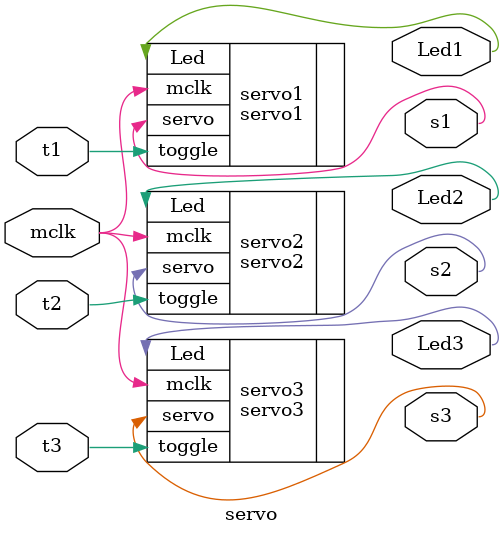
<source format=v>
module servo(
    input mclk,
    input t1,
	 input t2,
	 input t3,
    output [0:0] Led1,
	 output [0:0] Led2,
	 output [0:0] Led3,
    output s1,
	 output s2,
	 output s3
    );

servo1 servo1(
    .mclk(mclk),
	 .toggle(t1),
    .Led(Led1),
	 .servo(s1)
);

servo2 servo2(
    .mclk(mclk),
	 .toggle(t2),
    .Led(Led2),
	 .servo(s2)
);

servo3 servo3(
    .mclk(mclk),
	 .toggle(t3),
    .Led(Led3),
	 .servo(s3)
);

endmodule
</source>
